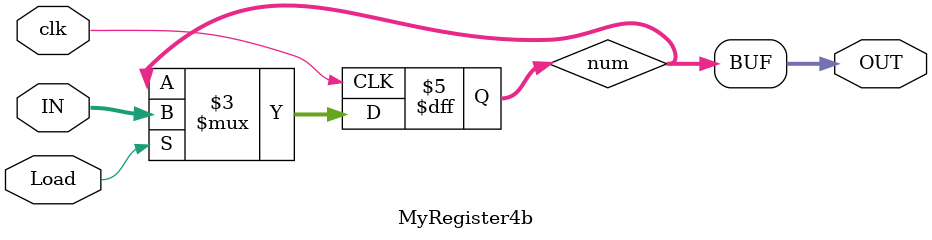
<source format=v>
`timescale 1ns / 1ps
module MyRegister4b(
	input wire clk,
	input wire Load,
	input wire [3:0] IN,
	output wire [3:0] OUT
);
	reg [3:0] num;
	assign OUT = num;
	
	initial begin
		num = 4'b0000;
	end 
	
	always @ (posedge clk) begin 
		if(Load) begin
			num <= IN;
		end
	end 
endmodule

</source>
